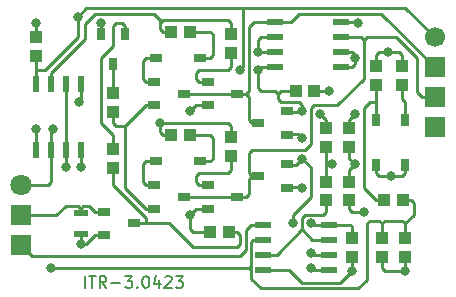
<source format=gbr>
%TF.GenerationSoftware,KiCad,Pcbnew,(6.0.7)*%
%TF.CreationDate,2023-04-11T10:27:19+03:00*%
%TF.ProjectId,ITR-3,4954522d-332e-46b6-9963-61645f706362,rev?*%
%TF.SameCoordinates,Original*%
%TF.FileFunction,Copper,L1,Top*%
%TF.FilePolarity,Positive*%
%FSLAX46Y46*%
G04 Gerber Fmt 4.6, Leading zero omitted, Abs format (unit mm)*
G04 Created by KiCad (PCBNEW (6.0.7)) date 2023-04-11 10:27:19*
%MOMM*%
%LPD*%
G01*
G04 APERTURE LIST*
%ADD10C,0.200000*%
%TA.AperFunction,NonConductor*%
%ADD11C,0.200000*%
%TD*%
%TA.AperFunction,SMDPad,CuDef*%
%ADD12R,1.000000X0.800000*%
%TD*%
%TA.AperFunction,SMDPad,CuDef*%
%ADD13R,1.100000X1.050000*%
%TD*%
%TA.AperFunction,SMDPad,CuDef*%
%ADD14R,1.050000X1.100000*%
%TD*%
%TA.AperFunction,SMDPad,CuDef*%
%ADD15R,1.100000X0.700000*%
%TD*%
%TA.AperFunction,SMDPad,CuDef*%
%ADD16R,1.250000X0.500000*%
%TD*%
%TA.AperFunction,SMDPad,CuDef*%
%ADD17R,1.473200X0.609600*%
%TD*%
%TA.AperFunction,SMDPad,CuDef*%
%ADD18R,0.800000X1.000000*%
%TD*%
%TA.AperFunction,SMDPad,CuDef*%
%ADD19R,0.609600X1.473200*%
%TD*%
%TA.AperFunction,SMDPad,CuDef*%
%ADD20R,0.700000X1.100000*%
%TD*%
%TA.AperFunction,ComponentPad*%
%ADD21R,1.700000X1.700000*%
%TD*%
%TA.AperFunction,ComponentPad*%
%ADD22C,1.700000*%
%TD*%
%TA.AperFunction,ComponentPad*%
%ADD23C,1.800000*%
%TD*%
%TA.AperFunction,ComponentPad*%
%ADD24R,1.800000X1.800000*%
%TD*%
%TA.AperFunction,ViaPad*%
%ADD25C,0.800000*%
%TD*%
%TA.AperFunction,Conductor*%
%ADD26C,0.250000*%
%TD*%
G04 APERTURE END LIST*
D10*
D11*
X57880952Y-99202380D02*
X57880952Y-98202380D01*
X58214285Y-98202380D02*
X58785714Y-98202380D01*
X58500000Y-99202380D02*
X58500000Y-98202380D01*
X59690476Y-99202380D02*
X59357142Y-98726190D01*
X59119047Y-99202380D02*
X59119047Y-98202380D01*
X59500000Y-98202380D01*
X59595238Y-98250000D01*
X59642857Y-98297619D01*
X59690476Y-98392857D01*
X59690476Y-98535714D01*
X59642857Y-98630952D01*
X59595238Y-98678571D01*
X59500000Y-98726190D01*
X59119047Y-98726190D01*
X60119047Y-98821428D02*
X60880952Y-98821428D01*
X61261904Y-98202380D02*
X61880952Y-98202380D01*
X61547619Y-98583333D01*
X61690476Y-98583333D01*
X61785714Y-98630952D01*
X61833333Y-98678571D01*
X61880952Y-98773809D01*
X61880952Y-99011904D01*
X61833333Y-99107142D01*
X61785714Y-99154761D01*
X61690476Y-99202380D01*
X61404761Y-99202380D01*
X61309523Y-99154761D01*
X61261904Y-99107142D01*
X62309523Y-99107142D02*
X62357142Y-99154761D01*
X62309523Y-99202380D01*
X62261904Y-99154761D01*
X62309523Y-99107142D01*
X62309523Y-99202380D01*
X62976190Y-98202380D02*
X63071428Y-98202380D01*
X63166666Y-98250000D01*
X63214285Y-98297619D01*
X63261904Y-98392857D01*
X63309523Y-98583333D01*
X63309523Y-98821428D01*
X63261904Y-99011904D01*
X63214285Y-99107142D01*
X63166666Y-99154761D01*
X63071428Y-99202380D01*
X62976190Y-99202380D01*
X62880952Y-99154761D01*
X62833333Y-99107142D01*
X62785714Y-99011904D01*
X62738095Y-98821428D01*
X62738095Y-98583333D01*
X62785714Y-98392857D01*
X62833333Y-98297619D01*
X62880952Y-98250000D01*
X62976190Y-98202380D01*
X64166666Y-98535714D02*
X64166666Y-99202380D01*
X63928571Y-98154761D02*
X63690476Y-98869047D01*
X64309523Y-98869047D01*
X64642857Y-98297619D02*
X64690476Y-98250000D01*
X64785714Y-98202380D01*
X65023809Y-98202380D01*
X65119047Y-98250000D01*
X65166666Y-98297619D01*
X65214285Y-98392857D01*
X65214285Y-98488095D01*
X65166666Y-98630952D01*
X64595238Y-99202380D01*
X65214285Y-99202380D01*
X65547619Y-98202380D02*
X66166666Y-98202380D01*
X65833333Y-98583333D01*
X65976190Y-98583333D01*
X66071428Y-98630952D01*
X66119047Y-98678571D01*
X66166666Y-98773809D01*
X66166666Y-99011904D01*
X66119047Y-99107142D01*
X66071428Y-99154761D01*
X65976190Y-99202380D01*
X65690476Y-99202380D01*
X65595238Y-99154761D01*
X65547619Y-99107142D01*
D12*
%TO.P,VD4,1*%
%TO.N,GND*%
X75000000Y-86250000D03*
%TO.P,VD4,2*%
%TO.N,5V*%
X75000000Y-84250000D03*
%TO.P,VD4,3*%
%TO.N,/RSB*%
X72500000Y-85250000D03*
%TD*%
%TO.P,VD3,1*%
%TO.N,GND*%
X75000000Y-90750000D03*
%TO.P,VD3,2*%
%TO.N,5V*%
X75000000Y-88750000D03*
%TO.P,VD3,3*%
%TO.N,/RSA*%
X72500000Y-89750000D03*
%TD*%
D13*
%TO.P,R15,1*%
%TO.N,AREF*%
X84800000Y-91750000D03*
%TO.P,R15,2*%
%TO.N,Net-(R14-Pad1)*%
X83200000Y-91750000D03*
%TD*%
D14*
%TO.P,R13,2*%
%TO.N,5V*%
X84750000Y-80450000D03*
%TO.P,R13,1*%
%TO.N,Net-(R13-Pad1)*%
X84750000Y-82050000D03*
%TD*%
D12*
%TO.P,VT3,1*%
%TO.N,Net-(VD1-PadK)*%
X63750000Y-90500000D03*
%TO.P,VT3,2*%
%TO.N,Net-(R9-Pad1)*%
X63750000Y-92500000D03*
%TO.P,VT3,3*%
%TO.N,/RSA*%
X66250000Y-91500000D03*
%TD*%
D13*
%TO.P,C2,1*%
%TO.N,GND*%
X77300000Y-82500000D03*
%TO.P,C2,2*%
%TO.N,5V*%
X75700000Y-82500000D03*
%TD*%
%TO.P,R2,1*%
%TO.N,/DA-A*%
X65200000Y-86250000D03*
%TO.P,R2,2*%
%TO.N,Net-(R2-Pad2)*%
X66800000Y-86250000D03*
%TD*%
D15*
%TO.P,VD1,A,A*%
%TO.N,Net-(R2-Pad2)*%
X67650000Y-88500000D03*
%TO.P,VD1,K,K*%
%TO.N,Net-(VD1-PadK)*%
X63850000Y-88500000D03*
%TD*%
D12*
%TO.P,VT6,1*%
%TO.N,Net-(R12-Pad2)*%
X68250000Y-81750000D03*
%TO.P,VT6,2*%
%TO.N,Net-(R10-Pad2)*%
X68250000Y-83750000D03*
%TO.P,VT6,3*%
%TO.N,/RSB*%
X70750000Y-82750000D03*
%TD*%
D14*
%TO.P,R1,1*%
%TO.N,Net-(DA2-Pad3)*%
X78250000Y-91800000D03*
%TO.P,R1,2*%
%TO.N,Net-(DA2-Pad6)*%
X78250000Y-90200000D03*
%TD*%
D16*
%TO.P,R8,1*%
%TO.N,GND*%
X57500000Y-94625000D03*
%TO.P,R8,2*%
%TO.N,/RSEN*%
X57500000Y-92875000D03*
%TD*%
D14*
%TO.P,R16,1*%
%TO.N,GND*%
X85000000Y-96550000D03*
%TO.P,R16,2*%
%TO.N,AREF*%
X85000000Y-94950000D03*
%TD*%
D17*
%TO.P,DA3,1*%
%TO.N,/BUFA*%
X79517800Y-80500000D03*
%TO.P,DA3,2*%
X79517800Y-79230000D03*
%TO.P,DA3,3*%
%TO.N,/RSA*%
X79517800Y-77960000D03*
%TO.P,DA3,4*%
%TO.N,GND*%
X79517800Y-76690000D03*
%TO.P,DA3,5*%
%TO.N,/RSB*%
X73929800Y-76690000D03*
%TO.P,DA3,6*%
%TO.N,/BUFB*%
X73929800Y-77960000D03*
%TO.P,DA3,7*%
X73929800Y-79230000D03*
%TO.P,DA3,8*%
%TO.N,5V*%
X73929800Y-80500000D03*
%TD*%
D12*
%TO.P,VT5,1*%
%TO.N,Net-(VD2-PadK)*%
X63750000Y-81750000D03*
%TO.P,VT5,2*%
%TO.N,Net-(R9-Pad1)*%
X63750000Y-83750000D03*
%TO.P,VT5,3*%
%TO.N,/RSB*%
X66250000Y-82750000D03*
%TD*%
D14*
%TO.P,R9,1*%
%TO.N,Net-(R9-Pad1)*%
X60250000Y-84300000D03*
%TO.P,R9,2*%
%TO.N,Net-(R9-Pad2)*%
X60250000Y-82700000D03*
%TD*%
D18*
%TO.P,VT2,1*%
%TO.N,Net-(R5-Pad2)*%
X61250000Y-77750000D03*
%TO.P,VT2,2*%
%TO.N,5V*%
X59250000Y-77750000D03*
%TO.P,VT2,3*%
%TO.N,Net-(R9-Pad2)*%
X60250000Y-80250000D03*
%TD*%
D19*
%TO.P,DA1,1*%
%TO.N,/DA-A*%
X53750000Y-87500000D03*
%TO.P,DA1,2*%
%TO.N,/TX-OUT*%
X55020000Y-87500000D03*
%TO.P,DA1,3*%
%TO.N,AREF*%
X56290000Y-87500000D03*
%TO.P,DA1,4*%
%TO.N,GND*%
X57560000Y-87500000D03*
%TO.P,DA1,5*%
%TO.N,/TX-OUT*%
X57560000Y-81912000D03*
%TO.P,DA1,6*%
%TO.N,AREF*%
X56290000Y-81912000D03*
%TO.P,DA1,7*%
%TO.N,/DA-B*%
X55020000Y-81912000D03*
%TO.P,DA1,8*%
%TO.N,5V*%
X53750000Y-81912000D03*
%TD*%
D15*
%TO.P,VD2,A,A*%
%TO.N,Net-(R11-Pad1)*%
X67650000Y-79750000D03*
%TO.P,VD2,K,K*%
%TO.N,Net-(VD2-PadK)*%
X63850000Y-79750000D03*
%TD*%
D14*
%TO.P,C1,1*%
%TO.N,GND*%
X53750000Y-77950000D03*
%TO.P,C1,2*%
%TO.N,5V*%
X53750000Y-79550000D03*
%TD*%
D20*
%TO.P,VD6,K,K*%
%TO.N,Net-(R14-Pad1)*%
X82500000Y-85000000D03*
%TO.P,VD6,A,A*%
%TO.N,GND*%
X82500000Y-88800000D03*
%TD*%
D13*
%TO.P,R10,1*%
%TO.N,Net-(R10-Pad1)*%
X70050000Y-94500000D03*
%TO.P,R10,2*%
%TO.N,Net-(R10-Pad2)*%
X68450000Y-94500000D03*
%TD*%
D14*
%TO.P,R3,1*%
%TO.N,Net-(R3-Pad1)*%
X70250000Y-88050000D03*
%TO.P,R3,2*%
%TO.N,/DA-A*%
X70250000Y-86450000D03*
%TD*%
%TO.P,R4,2*%
%TO.N,Net-(DA2-Pad5)*%
X80250000Y-90200000D03*
%TO.P,R4,1*%
%TO.N,GND*%
X80250000Y-91800000D03*
%TD*%
D20*
%TO.P,VD5,K,K*%
%TO.N,Net-(R13-Pad1)*%
X85000000Y-85000000D03*
%TO.P,VD5,A,A*%
%TO.N,GND*%
X85000000Y-88800000D03*
%TD*%
D12*
%TO.P,VT1,1*%
%TO.N,/RSEN*%
X59500000Y-92750000D03*
%TO.P,VT1,2*%
%TO.N,GND*%
X59500000Y-94750000D03*
%TO.P,VT1,3*%
%TO.N,Net-(R10-Pad1)*%
X62000000Y-93750000D03*
%TD*%
D14*
%TO.P,R7,1*%
%TO.N,Net-(DA2-Pad5)*%
X80250000Y-87300000D03*
%TO.P,R7,2*%
%TO.N,/BUFA*%
X80250000Y-85700000D03*
%TD*%
%TO.P,C3,1*%
%TO.N,GND*%
X80500000Y-96600000D03*
%TO.P,C3,2*%
%TO.N,5V*%
X80500000Y-95000000D03*
%TD*%
%TO.P,R12,1*%
%TO.N,/DA-B*%
X70250000Y-77700000D03*
%TO.P,R12,2*%
%TO.N,Net-(R12-Pad2)*%
X70250000Y-79300000D03*
%TD*%
D13*
%TO.P,R11,1*%
%TO.N,Net-(R11-Pad1)*%
X66800000Y-77500000D03*
%TO.P,R11,2*%
%TO.N,/DA-B*%
X65200000Y-77500000D03*
%TD*%
D12*
%TO.P,VT4,1*%
%TO.N,Net-(R3-Pad1)*%
X68250000Y-90500000D03*
%TO.P,VT4,2*%
%TO.N,Net-(R10-Pad2)*%
X68250000Y-92500000D03*
%TO.P,VT4,3*%
%TO.N,/RSA*%
X70750000Y-91500000D03*
%TD*%
D17*
%TO.P,DA2,1*%
%TO.N,/RX-IN*%
X72982200Y-93845000D03*
%TO.P,DA2,2*%
%TO.N,AREF*%
X72982200Y-95115000D03*
%TO.P,DA2,3*%
%TO.N,Net-(DA2-Pad3)*%
X72982200Y-96385000D03*
%TO.P,DA2,4*%
%TO.N,GND*%
X72982200Y-97655000D03*
%TO.P,DA2,5*%
%TO.N,Net-(DA2-Pad5)*%
X78570200Y-97655000D03*
%TO.P,DA2,6*%
%TO.N,Net-(DA2-Pad6)*%
X78570200Y-96385000D03*
%TO.P,DA2,7*%
%TO.N,Net-(DA2-Pad3)*%
X78570200Y-95115000D03*
%TO.P,DA2,8*%
%TO.N,5V*%
X78570200Y-93845000D03*
%TD*%
D14*
%TO.P,R14,2*%
%TO.N,5V*%
X82500000Y-80450000D03*
%TO.P,R14,1*%
%TO.N,Net-(R14-Pad1)*%
X82500000Y-82050000D03*
%TD*%
%TO.P,R5,1*%
%TO.N,Net-(R10-Pad1)*%
X60250000Y-89050000D03*
%TO.P,R5,2*%
%TO.N,Net-(R5-Pad2)*%
X60250000Y-87450000D03*
%TD*%
%TO.P,C4,1*%
%TO.N,GND*%
X83000000Y-96550000D03*
%TO.P,C4,2*%
%TO.N,AREF*%
X83000000Y-94950000D03*
%TD*%
%TO.P,R6,1*%
%TO.N,Net-(DA2-Pad6)*%
X78250000Y-87300000D03*
%TO.P,R6,2*%
%TO.N,/BUFB*%
X78250000Y-85700000D03*
%TD*%
D21*
%TO.P,X1,4,4*%
%TO.N,GND*%
X87500000Y-85620000D03*
%TO.P,X1,3,3*%
%TO.N,/RSA*%
X87500000Y-83080000D03*
%TO.P,X1,2,2*%
%TO.N,/RSB*%
X87500000Y-80540000D03*
D22*
%TO.P,X1,1,1*%
%TO.N,5V*%
X87500000Y-78000000D03*
%TD*%
D23*
%TO.P,XP1,1A*%
%TO.N,/TX-OUT*%
X52500000Y-90500000D03*
D24*
%TO.P,XP1,2A*%
%TO.N,/RSEN*%
X52500000Y-93040000D03*
%TO.P,XP1,3A*%
%TO.N,/RX-IN*%
X52500000Y-95580000D03*
%TD*%
D25*
%TO.N,5V*%
X75500000Y-93750000D03*
X77000000Y-93750000D03*
X72500000Y-80750000D03*
X71000000Y-80750000D03*
%TO.N,AREF*%
X55000000Y-97500000D03*
X56250000Y-89000000D03*
%TO.N,5V*%
X57250000Y-76250000D03*
X83500000Y-79250000D03*
%TO.N,GND*%
X81500000Y-92750000D03*
X83750000Y-89750000D03*
X76250000Y-90750000D03*
X80500000Y-97750000D03*
X78500000Y-82500000D03*
X81000000Y-76750000D03*
X76250000Y-86500000D03*
X53750000Y-76750000D03*
X85000000Y-97750000D03*
X57500000Y-95500000D03*
X57500000Y-89000000D03*
%TO.N,/DA-A*%
X53750000Y-85750000D03*
X64250000Y-85250000D03*
%TO.N,/TX-OUT*%
X55155000Y-85732200D03*
X57405000Y-83482200D03*
%TO.N,Net-(R10-Pad2)*%
X66750000Y-93000000D03*
X66750000Y-84250000D03*
%TO.N,5V*%
X76250000Y-84250000D03*
X59250000Y-76750000D03*
X76250000Y-88250000D03*
%TO.N,Net-(DA2-Pad6)*%
X77000000Y-96250000D03*
X78750000Y-88750000D03*
%TO.N,Net-(DA2-Pad5)*%
X80750000Y-88750000D03*
X77000000Y-97500000D03*
%TO.N,/BUFB*%
X72500000Y-79250000D03*
X77750000Y-84500000D03*
%TO.N,/BUFA*%
X80750000Y-84500000D03*
X80750000Y-79750000D03*
%TD*%
D26*
%TO.N,Net-(R13-Pad1)*%
X84750000Y-83250000D02*
X85000000Y-83500000D01*
X84750000Y-82050000D02*
X84750000Y-83250000D01*
X85000000Y-83500000D02*
X85000000Y-85000000D01*
%TO.N,5V*%
X75500000Y-93000000D02*
X75500000Y-93750000D01*
X77000000Y-89000000D02*
X77000000Y-91500000D01*
X77000000Y-91500000D02*
X75500000Y-93000000D01*
X76250000Y-88250000D02*
X77000000Y-89000000D01*
%TO.N,/BUFB*%
X72520000Y-79230000D02*
X72500000Y-79250000D01*
X73929800Y-79230000D02*
X72520000Y-79230000D01*
X72500000Y-78250000D02*
X72790000Y-77960000D01*
X72500000Y-79250000D02*
X72500000Y-78250000D01*
X72790000Y-77960000D02*
X73929800Y-77960000D01*
X78250000Y-85000000D02*
X78250000Y-85700000D01*
X77750000Y-84500000D02*
X78250000Y-85000000D01*
%TO.N,/RSA*%
X71750000Y-89500000D02*
X72000000Y-89750000D01*
X71750000Y-87750000D02*
X71750000Y-89500000D01*
X72000000Y-87500000D02*
X71750000Y-87750000D01*
X77000000Y-87000000D02*
X76500000Y-87500000D01*
X76500000Y-87500000D02*
X72000000Y-87500000D01*
X77250000Y-83750000D02*
X77000000Y-84000000D01*
X77000000Y-84000000D02*
X77000000Y-87000000D01*
X79250000Y-83750000D02*
X77250000Y-83750000D01*
X81500000Y-81500000D02*
X79250000Y-83750000D01*
X81500000Y-78250000D02*
X81500000Y-81500000D01*
%TO.N,/BUFA*%
X80250000Y-85000000D02*
X80750000Y-84500000D01*
X80250000Y-85700000D02*
X80250000Y-85000000D01*
%TO.N,Net-(DA2-Pad3)*%
X74115000Y-96385000D02*
X76250000Y-94250000D01*
X72982200Y-96385000D02*
X74115000Y-96385000D01*
X76500000Y-93000000D02*
X76250000Y-93250000D01*
X77115000Y-95115000D02*
X78570200Y-95115000D01*
X78250000Y-92750000D02*
X78000000Y-93000000D01*
X78000000Y-93000000D02*
X76500000Y-93000000D01*
X78250000Y-91800000D02*
X78250000Y-92750000D01*
X76250000Y-93250000D02*
X76250000Y-94250000D01*
X76250000Y-94250000D02*
X77115000Y-95115000D01*
%TO.N,5V*%
X77095000Y-93845000D02*
X77000000Y-93750000D01*
X78570200Y-93845000D02*
X77095000Y-93845000D01*
%TO.N,Net-(DA2-Pad5)*%
X80250000Y-89250000D02*
X80750000Y-88750000D01*
X80250000Y-90200000D02*
X80250000Y-89250000D01*
X80250000Y-88250000D02*
X80750000Y-88750000D01*
X80250000Y-87300000D02*
X80250000Y-88250000D01*
%TO.N,/RSA*%
X81210000Y-77960000D02*
X79517800Y-77960000D01*
X81500000Y-78250000D02*
X81210000Y-77960000D01*
%TO.N,AREF*%
X81750000Y-93750000D02*
X81750000Y-98500000D01*
X82000000Y-93500000D02*
X81750000Y-93750000D01*
X83000000Y-93750000D02*
X82750000Y-93500000D01*
X82750000Y-93500000D02*
X82000000Y-93500000D01*
X81000000Y-99250000D02*
X81750000Y-98500000D01*
%TO.N,5V*%
X74850000Y-88800000D02*
X75700000Y-88800000D01*
X75700000Y-88800000D02*
X76250000Y-88250000D01*
X76250000Y-83750000D02*
X76250000Y-84250000D01*
X76000000Y-83500000D02*
X76250000Y-83750000D01*
X74500000Y-83500000D02*
X76000000Y-83500000D01*
X74250000Y-82750000D02*
X74250000Y-83250000D01*
X74250000Y-83250000D02*
X74500000Y-83500000D01*
X75950000Y-84300000D02*
X74850000Y-84300000D01*
X76250000Y-84250000D02*
X75950000Y-84300000D01*
%TO.N,GND*%
X76200000Y-90700000D02*
X76250000Y-90750000D01*
X74850000Y-90700000D02*
X76200000Y-90700000D01*
X75950000Y-86200000D02*
X76250000Y-86500000D01*
X74850000Y-86200000D02*
X75950000Y-86200000D01*
%TO.N,5V*%
X72750000Y-82500000D02*
X73250000Y-82500000D01*
X72500000Y-82250000D02*
X72750000Y-82500000D01*
X72500000Y-80750000D02*
X72500000Y-82250000D01*
X73250000Y-82500000D02*
X74000000Y-82500000D01*
X72750000Y-80500000D02*
X72500000Y-80750000D01*
X73929800Y-80500000D02*
X72750000Y-80500000D01*
X71250000Y-80500000D02*
X71000000Y-80750000D01*
X71250000Y-75500000D02*
X71250000Y-80500000D01*
X71250000Y-75500000D02*
X85000000Y-75500000D01*
X58000000Y-75500000D02*
X71250000Y-75500000D01*
%TO.N,AREF*%
X71920600Y-97329400D02*
X71750000Y-97500000D01*
X71920600Y-97079400D02*
X71920600Y-97329400D01*
X71920600Y-97079400D02*
X71920600Y-97670600D01*
X71920600Y-95329400D02*
X71920600Y-97079400D01*
X71250000Y-97500000D02*
X71750000Y-97500000D01*
X71750000Y-97500000D02*
X71920600Y-97670600D01*
X71250000Y-97500000D02*
X71591200Y-97500000D01*
X55000000Y-97500000D02*
X71250000Y-97500000D01*
X71920600Y-97670600D02*
X71920600Y-97829400D01*
X71920600Y-97829400D02*
X71920600Y-98420600D01*
%TO.N,GND*%
X57560000Y-88940000D02*
X57500000Y-89000000D01*
X57560000Y-87500000D02*
X57560000Y-88940000D01*
%TO.N,AREF*%
X56290000Y-88960000D02*
X56250000Y-89000000D01*
X56290000Y-87500000D02*
X56290000Y-88960000D01*
%TO.N,/DA-B*%
X63750000Y-76000000D02*
X64250000Y-76500000D01*
X57875000Y-76875000D02*
X58750000Y-76000000D01*
X58750000Y-76000000D02*
X63750000Y-76000000D01*
X57875000Y-78125000D02*
X57875000Y-76875000D01*
X55020000Y-80980000D02*
X57875000Y-78125000D01*
X55020000Y-81912000D02*
X55020000Y-80980000D01*
%TO.N,5V*%
X54500000Y-80750000D02*
X53750000Y-80750000D01*
X57250000Y-78000000D02*
X54500000Y-80750000D01*
X57250000Y-76250000D02*
X57250000Y-78000000D01*
X85000000Y-75500000D02*
X87500000Y-78000000D01*
X57250000Y-76250000D02*
X58000000Y-75500000D01*
%TO.N,/RSA*%
X86000000Y-82660000D02*
X86420000Y-83080000D01*
X86420000Y-83080000D02*
X87500000Y-83080000D01*
X84250000Y-78000000D02*
X86000000Y-79750000D01*
X86000000Y-79750000D02*
X86000000Y-82660000D01*
X81750000Y-78000000D02*
X84250000Y-78000000D01*
X81500000Y-78250000D02*
X81750000Y-78000000D01*
%TO.N,/RSB*%
X82960000Y-76000000D02*
X87500000Y-80540000D01*
X76000000Y-76000000D02*
X80000000Y-76000000D01*
X80000000Y-76000000D02*
X82960000Y-76000000D01*
%TO.N,/RX-IN*%
X53420000Y-96500000D02*
X52500000Y-95580000D01*
X71000000Y-96500000D02*
X53420000Y-96500000D01*
X71470600Y-96029400D02*
X71000000Y-96500000D01*
X71905000Y-93845000D02*
X71470600Y-94279400D01*
X71470600Y-94279400D02*
X71470600Y-96029400D01*
X72982200Y-93845000D02*
X71905000Y-93845000D01*
%TO.N,/TX-OUT*%
X55020000Y-90230000D02*
X55020000Y-87500000D01*
X54750000Y-90500000D02*
X55020000Y-90230000D01*
X52500000Y-90500000D02*
X54750000Y-90500000D01*
%TO.N,/RSEN*%
X52500000Y-93040000D02*
X55460000Y-93040000D01*
%TO.N,5V*%
X84500000Y-79250000D02*
X84750000Y-79500000D01*
X84750000Y-79500000D02*
X84750000Y-80450000D01*
X83500000Y-79250000D02*
X84500000Y-79250000D01*
X82750000Y-79250000D02*
X83500000Y-79250000D01*
X82500000Y-79500000D02*
X82750000Y-79250000D01*
X82500000Y-80450000D02*
X82500000Y-79500000D01*
%TO.N,Net-(R14-Pad1)*%
X81500000Y-90750000D02*
X82500000Y-91750000D01*
X81500000Y-89000000D02*
X81500000Y-90750000D01*
X81500000Y-84000000D02*
X81500000Y-89000000D01*
%TO.N,GND*%
X81250000Y-92750000D02*
X81500000Y-92750000D01*
%TO.N,Net-(R14-Pad1)*%
X83200000Y-91750000D02*
X82500000Y-91750000D01*
%TO.N,AREF*%
X84750000Y-93500000D02*
X85000000Y-93750000D01*
X83250000Y-93500000D02*
X84750000Y-93500000D01*
X85750000Y-92000000D02*
X85500000Y-91750000D01*
X85750000Y-93000000D02*
X85750000Y-92000000D01*
X85000000Y-93750000D02*
X85750000Y-93000000D01*
X85000000Y-94000000D02*
X85000000Y-94950000D01*
X85500000Y-91750000D02*
X84800000Y-91750000D01*
X85000000Y-93750000D02*
X85000000Y-94000000D01*
%TO.N,GND*%
X84750000Y-89750000D02*
X82750000Y-89750000D01*
X85000000Y-89500000D02*
X84750000Y-89750000D01*
X85000000Y-88800000D02*
X85000000Y-89500000D01*
X82750000Y-89750000D02*
X82500000Y-89500000D01*
X82500000Y-89500000D02*
X82500000Y-88800000D01*
%TO.N,Net-(R14-Pad1)*%
X82000000Y-83500000D02*
X81500000Y-84000000D01*
X82500000Y-83500000D02*
X82000000Y-83500000D01*
X82500000Y-83500000D02*
X82500000Y-83750000D01*
X82500000Y-82300000D02*
X82500000Y-83500000D01*
%TO.N,/RSEN*%
X56250000Y-92250000D02*
X57250000Y-92250000D01*
X57250000Y-92250000D02*
X57500000Y-92500000D01*
X55460000Y-93040000D02*
X56250000Y-92250000D01*
%TO.N,AREF*%
X72135000Y-95115000D02*
X71920600Y-95329400D01*
X72750000Y-99250000D02*
X81000000Y-99250000D01*
X71920600Y-98420600D02*
X72750000Y-99250000D01*
X83000000Y-93750000D02*
X83250000Y-93500000D01*
X72982200Y-95115000D02*
X72135000Y-95115000D01*
X56290000Y-87500000D02*
X56290000Y-81912000D01*
X83000000Y-94950000D02*
X83000000Y-93750000D01*
%TO.N,/RSA*%
X66250000Y-91500000D02*
X70750000Y-91500000D01*
X71750000Y-90000000D02*
X71750000Y-91250000D01*
X71750000Y-90000000D02*
X72000000Y-89750000D01*
X70750000Y-91500000D02*
X71500000Y-91500000D01*
X71500000Y-91500000D02*
X71750000Y-91250000D01*
X72000000Y-89750000D02*
X72650000Y-89750000D01*
%TO.N,GND*%
X80500000Y-92750000D02*
X81250000Y-92750000D01*
X80250000Y-91800000D02*
X80250000Y-92500000D01*
X83000000Y-96550000D02*
X83000000Y-97500000D01*
X72982200Y-97655000D02*
X75155000Y-97655000D01*
X76250000Y-98750000D02*
X79500000Y-98750000D01*
X53750000Y-77950000D02*
X53750000Y-76750000D01*
X59500000Y-94750000D02*
X58750000Y-94750000D01*
X77300000Y-82500000D02*
X78500000Y-82500000D01*
X75155000Y-97655000D02*
X76250000Y-98750000D01*
X79500000Y-98750000D02*
X80500000Y-97750000D01*
X57500000Y-95500000D02*
X58000000Y-95500000D01*
X83250000Y-97750000D02*
X85000000Y-97750000D01*
X85000000Y-97750000D02*
X85000000Y-96550000D01*
X80250000Y-92500000D02*
X80500000Y-92750000D01*
X80500000Y-96600000D02*
X80500000Y-97750000D01*
X57500000Y-94625000D02*
X57500000Y-95500000D01*
X58750000Y-94750000D02*
X58000000Y-95500000D01*
X80940000Y-76690000D02*
X81000000Y-76750000D01*
X83000000Y-97500000D02*
X83250000Y-97750000D01*
X79517800Y-76690000D02*
X80940000Y-76690000D01*
%TO.N,/RSB*%
X72190000Y-76690000D02*
X73929800Y-76690000D01*
X71750000Y-83000000D02*
X71500000Y-82750000D01*
X71500000Y-82750000D02*
X71750000Y-82500000D01*
X72000000Y-85250000D02*
X71750000Y-85000000D01*
X71750000Y-82500000D02*
X71750000Y-77130000D01*
X66250000Y-82750000D02*
X70750000Y-82750000D01*
X73929800Y-76690000D02*
X75310000Y-76690000D01*
X72650000Y-85250000D02*
X72000000Y-85250000D01*
X71750000Y-77130000D02*
X72190000Y-76690000D01*
X75310000Y-76690000D02*
X76000000Y-76000000D01*
X71750000Y-85000000D02*
X71750000Y-83000000D01*
X70750000Y-82750000D02*
X71500000Y-82750000D01*
%TO.N,/DA-A*%
X65200000Y-86250000D02*
X64500000Y-86250000D01*
X70000000Y-85250000D02*
X70250000Y-85500000D01*
X70250000Y-85500000D02*
X70250000Y-86450000D01*
X64250000Y-86000000D02*
X64250000Y-85500000D01*
X64250000Y-85500000D02*
X64250000Y-85250000D01*
X53750000Y-87500000D02*
X53750000Y-85750000D01*
X64500000Y-86250000D02*
X64250000Y-86000000D01*
X64250000Y-85250000D02*
X70000000Y-85250000D01*
%TO.N,/TX-OUT*%
X55020000Y-85867200D02*
X55155000Y-85732200D01*
X57560000Y-81912000D02*
X57560000Y-83327200D01*
X55020000Y-87500000D02*
X55020000Y-85867200D01*
X57560000Y-83327200D02*
X57405000Y-83482200D01*
%TO.N,/DA-B*%
X65200000Y-77500000D02*
X64500000Y-77500000D01*
X64250000Y-76750000D02*
X64250000Y-76500000D01*
X64500000Y-77500000D02*
X64250000Y-77250000D01*
X70250000Y-76750000D02*
X70250000Y-77700000D01*
X70000000Y-76500000D02*
X70250000Y-76750000D01*
X70000000Y-76500000D02*
X64250000Y-76500000D01*
X64250000Y-77250000D02*
X64250000Y-76750000D01*
X64250000Y-76750000D02*
X64500000Y-76500000D01*
%TO.N,/RSEN*%
X58750000Y-92750000D02*
X58250000Y-92250000D01*
X57500000Y-92500000D02*
X57750000Y-92250000D01*
X59500000Y-92750000D02*
X58750000Y-92750000D01*
X57500000Y-92875000D02*
X57500000Y-92500000D01*
X57750000Y-92250000D02*
X58250000Y-92250000D01*
%TO.N,Net-(R2-Pad2)*%
X68750000Y-88250000D02*
X68500000Y-88500000D01*
X68500000Y-88500000D02*
X67650000Y-88500000D01*
X68500000Y-86250000D02*
X68750000Y-86500000D01*
X68750000Y-86500000D02*
X68750000Y-88250000D01*
X66800000Y-86250000D02*
X68500000Y-86250000D01*
%TO.N,Net-(R9-Pad2)*%
X60250000Y-80250000D02*
X60250000Y-82700000D01*
%TO.N,Net-(R10-Pad2)*%
X67250000Y-92500000D02*
X66750000Y-93000000D01*
X68450000Y-94500000D02*
X67000000Y-94500000D01*
X68250000Y-83750000D02*
X67250000Y-83750000D01*
X68250000Y-92500000D02*
X67250000Y-92500000D01*
X66750000Y-94250000D02*
X66750000Y-93000000D01*
X67250000Y-83750000D02*
X66750000Y-84250000D01*
X67000000Y-94500000D02*
X66750000Y-94250000D01*
%TO.N,Net-(R3-Pad1)*%
X70000000Y-89500000D02*
X70250000Y-89250000D01*
X68250000Y-90500000D02*
X67500000Y-90500000D01*
X67250000Y-90250000D02*
X67250000Y-89750000D01*
X67500000Y-89500000D02*
X70000000Y-89500000D01*
X67250000Y-89750000D02*
X67500000Y-89500000D01*
X70250000Y-89250000D02*
X70250000Y-88050000D01*
X67500000Y-90500000D02*
X67250000Y-90250000D01*
%TO.N,Net-(R5-Pad2)*%
X60250000Y-87450000D02*
X60250000Y-86250000D01*
X59250000Y-79700000D02*
X60250000Y-78700000D01*
X60250000Y-86250000D02*
X59250000Y-85250000D01*
X59250000Y-85250000D02*
X59250000Y-79700000D01*
X60250000Y-77000000D02*
X60500000Y-76750000D01*
X61250000Y-77000000D02*
X61250000Y-77750000D01*
X61000000Y-76750000D02*
X61250000Y-77000000D01*
X60250000Y-78700000D02*
X60250000Y-77000000D01*
X60500000Y-76750000D02*
X61000000Y-76750000D01*
%TO.N,5V*%
X59250000Y-77750000D02*
X59250000Y-76750000D01*
X80345000Y-93845000D02*
X80500000Y-94000000D01*
X80500000Y-94000000D02*
X80500000Y-95000000D01*
X53750000Y-81912000D02*
X53750000Y-79550000D01*
X78570200Y-93845000D02*
X80345000Y-93845000D01*
X74250000Y-82750000D02*
X74500000Y-82500000D01*
X75700000Y-82500000D02*
X74500000Y-82500000D01*
X74000000Y-82500000D02*
X74250000Y-82750000D01*
%TO.N,Net-(DA2-Pad6)*%
X77135000Y-96385000D02*
X77000000Y-96250000D01*
X78250000Y-87300000D02*
X78250000Y-90200000D01*
X78570200Y-96385000D02*
X77135000Y-96385000D01*
%TO.N,Net-(DA2-Pad5)*%
X78570200Y-97655000D02*
X77155000Y-97655000D01*
X77155000Y-97655000D02*
X77000000Y-97500000D01*
%TO.N,/BUFA*%
X80480000Y-79230000D02*
X80750000Y-79500000D01*
X80750000Y-79750000D02*
X80750000Y-80250000D01*
X80750000Y-79500000D02*
X80750000Y-79750000D01*
X80750000Y-80250000D02*
X80500000Y-80500000D01*
X80500000Y-80500000D02*
X79517800Y-80500000D01*
X79517800Y-79230000D02*
X80480000Y-79230000D01*
%TO.N,Net-(VD1-PadK)*%
X63750000Y-90500000D02*
X63000000Y-90500000D01*
X63000000Y-90500000D02*
X62750000Y-90250000D01*
X62750000Y-88750000D02*
X63000000Y-88500000D01*
X63000000Y-88500000D02*
X63850000Y-88500000D01*
X62750000Y-90250000D02*
X62750000Y-88750000D01*
%TO.N,Net-(R9-Pad1)*%
X63000000Y-92500000D02*
X63750000Y-92500000D01*
X61250000Y-85500000D02*
X63000000Y-83750000D01*
X60250000Y-85250000D02*
X60500000Y-85500000D01*
X60500000Y-85500000D02*
X61250000Y-85500000D01*
X61250000Y-85500000D02*
X61250000Y-90750000D01*
X60250000Y-84300000D02*
X60250000Y-85250000D01*
X63000000Y-83750000D02*
X63750000Y-83750000D01*
X61250000Y-90750000D02*
X63000000Y-92500000D01*
%TO.N,Net-(R10-Pad1)*%
X70050000Y-94500000D02*
X70750000Y-94500000D01*
X63000000Y-93750000D02*
X62000000Y-93750000D01*
X71000000Y-94750000D02*
X71000000Y-95500000D01*
X70750000Y-94500000D02*
X71000000Y-94750000D01*
X60250000Y-90500000D02*
X63000000Y-93250000D01*
X60250000Y-89050000D02*
X60250000Y-90500000D01*
X63000000Y-93250000D02*
X63000000Y-93750000D01*
X70750000Y-95750000D02*
X67000000Y-95750000D01*
X65000000Y-93750000D02*
X63000000Y-93750000D01*
X67000000Y-95750000D02*
X65000000Y-93750000D01*
X71000000Y-95500000D02*
X70750000Y-95750000D01*
%TO.N,Net-(R12-Pad2)*%
X67500000Y-81750000D02*
X67250000Y-81500000D01*
X67250000Y-81500000D02*
X67250000Y-81250000D01*
X67250000Y-81000000D02*
X67500000Y-80750000D01*
X67500000Y-80750000D02*
X70000000Y-80750000D01*
X70250000Y-80500000D02*
X70250000Y-79300000D01*
X67250000Y-81250000D02*
X67250000Y-81000000D01*
X68250000Y-81750000D02*
X67500000Y-81750000D01*
X70000000Y-80750000D02*
X70250000Y-80500000D01*
%TO.N,Net-(R14-Pad1)*%
X82500000Y-83750000D02*
X82500000Y-85000000D01*
%TO.N,Net-(VD2-PadK)*%
X63000000Y-81750000D02*
X62750000Y-81500000D01*
X63000000Y-79750000D02*
X63850000Y-79750000D01*
X63750000Y-81750000D02*
X63000000Y-81750000D01*
X62750000Y-80000000D02*
X63000000Y-79750000D01*
X62750000Y-81500000D02*
X62750000Y-80000000D01*
%TO.N,Net-(R11-Pad1)*%
X68750000Y-77750000D02*
X68750000Y-79500000D01*
X68500000Y-79750000D02*
X67650000Y-79750000D01*
X66800000Y-77500000D02*
X68500000Y-77500000D01*
X68500000Y-77500000D02*
X68750000Y-77750000D01*
X68750000Y-79500000D02*
X68500000Y-79750000D01*
%TD*%
M02*

</source>
